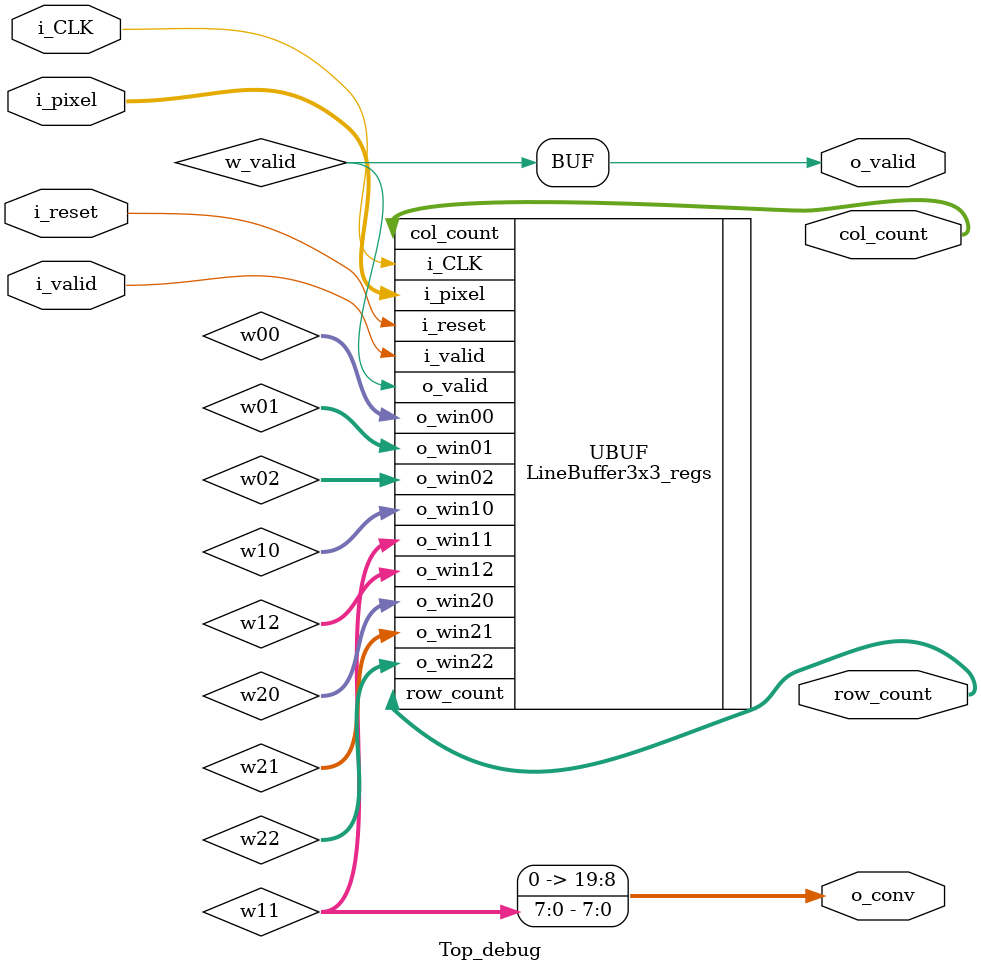
<source format=v>
`timescale 1ns/1ps

module Top_debug #(
    parameter BITW  = 8,
    parameter WIDTH = 256,
    parameter ACCW  = 20
)(
    input  wire             i_CLK,
    input  wire             i_reset,
    input  wire             i_valid,
    input  wire [BITW-1:0]  i_pixel,

    output wire             o_valid,
    output wire [ACCW-1:0]  o_conv,

    output wire [15:0]      row_count,
    output wire [15:0]      col_count
);

    // sinais da janela
    wire w_valid;
    wire [BITW-1:0] w00,w01,w02,w10,w11,w12,w20,w21,w22;

    LineBuffer3x3_regs #(.BITW(BITW), .WIDTH(WIDTH)) UBUF (
        .i_CLK(i_CLK), .i_reset(i_reset),
        .i_valid(i_valid), .i_pixel(i_pixel),
        .o_valid(w_valid),
        .o_win00(w00), .o_win01(w01), .o_win02(w02),
        .o_win10(w10), .o_win11(w11), .o_win12(w12),
        .o_win20(w20), .o_win21(w21), .o_win22(w22),
        .row_count(row_count),
        .col_count(col_count)
    );

    // Convolução identidade: só pega pixel central
    assign o_valid = w_valid;
    assign o_conv  = w11;

endmodule

</source>
